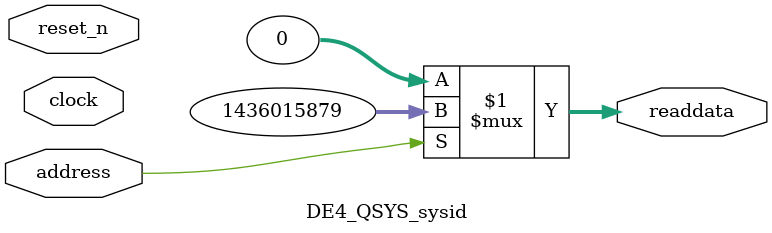
<source format=v>

`timescale 1ns / 1ps
// synthesis translate_on

// turn off superfluous verilog processor warnings 
// altera message_level Level1 
// altera message_off 10034 10035 10036 10037 10230 10240 10030 

module DE4_QSYS_sysid (
               // inputs:
                address,
                clock,
                reset_n,

               // outputs:
                readdata
             )
;

  output  [ 31: 0] readdata;
  input            address;
  input            clock;
  input            reset_n;

  wire    [ 31: 0] readdata;
  //control_slave, which is an e_avalon_slave
  assign readdata = address ? 1436015879 : 0;

endmodule




</source>
